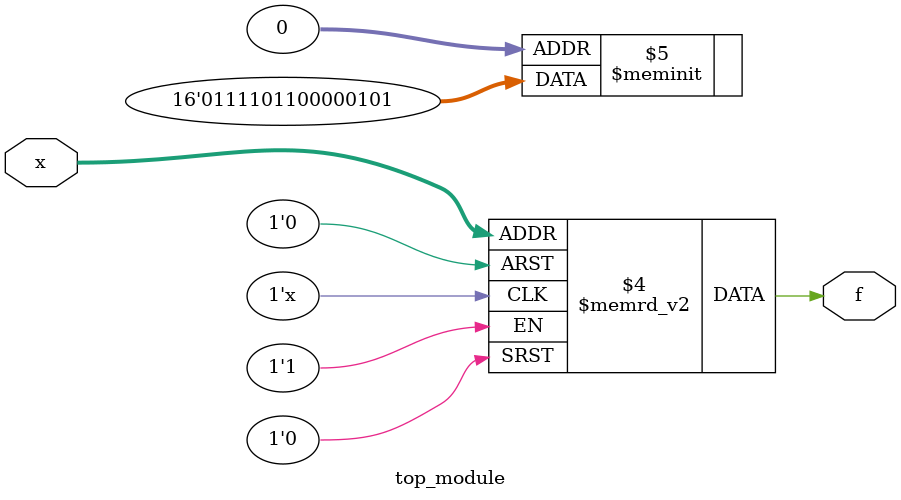
<source format=sv>
module top_module (
  input [4:1] x,
  output reg f
);

  always_comb begin
    case (x)
      4'b0000: f = 1'b1;
      4'b0001: f = 1'b0;
      4'b0011: f = 1'b0;
      4'b0010: f = 1'b1;
      4'b0100: f = 1'b0;
      4'b0101: f = 1'b0;
      4'b0111: f = 1'b0;
      4'b0110: f = 1'b0;
      4'b1000: f = 1'b1;
      4'b1001: f = 1'b1;
      4'b1011: f = 1'b1;
      4'b1010: f = 1'b0;
      4'b1100: f = 1'b1;
      4'b1101: f = 1'b1;
      4'b1111: f = 1'b0;
      4'b1110: f = 1'b1;
      default: f = 1'b0;
    endcase
  end

endmodule

</source>
